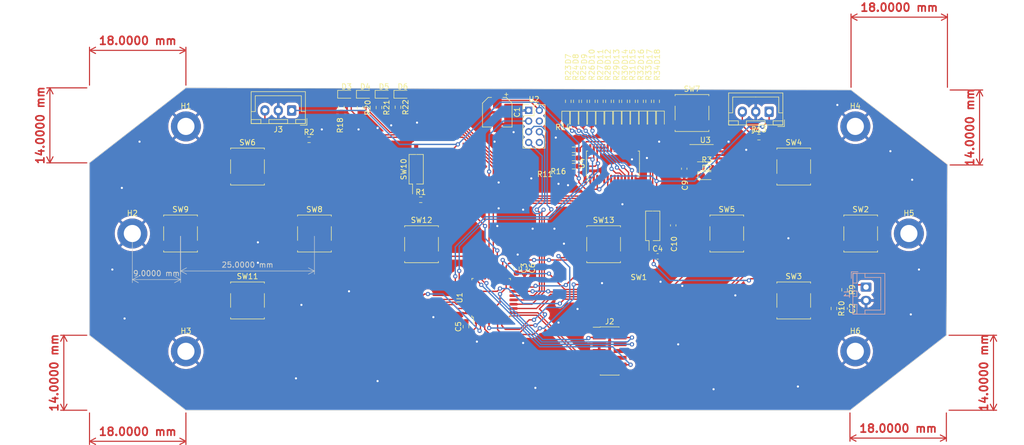
<source format=kicad_pcb>
(kicad_pcb (version 20221018) (generator pcbnew)
  (layers (0 "F.Cu" signal) (31 "B.Cu" signal) (34 "B.Paste" user) (35 "F.Paste" user) (36 "B.SilkS" user "B.Silkscreen") (37 "F.SilkS" user "F.Silkscreen") (38 "B.Mask" user) (39 "F.Mask" user) (44 "Edge.Cuts" user))
  (net 0 "")
  (net 1 "POWER_CHECK")
  (net 2 "GND")
  (net 3 "Li-ion")
  (net 4 "Net-(U3-BP)")
  (net 5 "Glob_Alim")
  (net 6 "Net-(D2-A)")
  (net 7 "Net-(D3-K)")
  (net 8 "Net-(D3-A)")
  (net 9 "Net-(D4-K)")
  (net 10 "Net-(D4-A)")
  (net 11 "Net-(D5-K)")
  (net 12 "Net-(D5-A)")
  (net 13 "Net-(D6-K)")
  (net 14 "Net-(D6-A)")
  (net 15 "Net-(D7-K)")
  (net 16 "Net-(D7-A)")
  (net 17 "Net-(D8-K)")
  (net 18 "Net-(D8-A)")
  (net 19 "Net-(D9-K)")
  (net 20 "Net-(D9-A)")
  (net 21 "Net-(D10-K)")
  (net 22 "Net-(D10-A)")
  (net 23 "Net-(D11-K)")
  (net 24 "Net-(D11-A)")
  (net 25 "Net-(D12-K)")
  (net 26 "Net-(D12-A)")
  (net 27 "Net-(D13-K)")
  (net 28 "Net-(D13-A)")
  (net 29 "Net-(D14-K)")
  (net 30 "Net-(D14-A)")
  (net 31 "Net-(D15-K)")
  (net 32 "Net-(D15-A)")
  (net 33 "Net-(D16-K)")
  (net 34 "Net-(D16-A)")
  (net 35 "Net-(D17-K)")
  (net 36 "Net-(D17-A)")
  (net 37 "Net-(D18-K)")
  (net 38 "Net-(D18-A)")
  (net 41 "SWDIO")
  (net 42 "SWDCK")
  (net 46 "Reset_Buton ")
  (net 47 "USART2_RX")
  (net 48 "USART2_TX")
  (net 49 "NES{slash}SNES_switcher")
  (net 50 "R")
  (net 51 "A_Button")
  (net 52 "B_Button")
  (net 53 "X_Button")
  (net 54 "Y_Button")
  (net 55 "UC_Button")
  (net 56 "LC_Button")
  (net 57 "DIODE_SDA")
  (net 58 "RC_Button")
  (net 59 "L")
  (net 60 "DIODE_CLK")
  (net 61 "DC_Button")
  (net 62 "DIODE_OE")
  (net 63 "ST_Button")
  (net 64 "SE_Button")
  (net 65 "Order_Search")
  (net 66 "RX{slash}TX")
  (net 68 "Pin_Clock")
  (net 69 "Digital_Out_Put")
  (net 70 "MOSI")
  (net 74 "Net-(U3-IN)")
  (footprint "Resistor_SMD:R_0603_1608Metric_Pad0.98x0.95mm_HandSolder" (layer "F.Cu") (at 150.368 74.422)
    (fp_text reference "R14")
    (fp_text value "10K")
  )
  (footprint "Resistor_SMD:R_0603_1608Metric_Pad0.98x0.95mm_HandSolder" (layer "F.Cu") (at 199 101 -90)
    (fp_text reference "R10")
    (fp_text value "1M")
  )
  (footprint "Connector_PinHeader_1.27mm:PinHeader_2x07_P1.27mm_Vertical_SMD" (layer "F.Cu") (at 157.125 108.94)
    (fp_text reference "J2")
    (fp_text value "Conn_02x07_Odd_Even")
  )
  (footprint "Button_Switch_SMD:SW_SPST_B3S-1000" (layer "F.Cu") (at 179 87)
    (fp_text reference "SW5")
    (fp_text value "SW_Push")
  )
  (footprint "MountingHole:MountingHole_3.2mm_M3_DIN965_Pad" (layer "F.Cu") (at 78 67)
    (fp_text reference "H1")
    (fp_text value "MountingHole_Pad")
  )
  (footprint "LED_SMD:LED_0603_1608Metric_Pad1.05x0.95mm_HandSolder" (layer "F.Cu") (at 118.5 61)
    (fp_text reference "D6")
    (fp_text value "G4")
  )
  (footprint "Resistor_SMD:R_0603_1608Metric_Pad0.98x0.95mm_HandSolder" (layer "F.Cu") (at 141.224 93.472 -90)
    (fp_text reference "C6")
    (fp_text value "10u")
  )
  (footprint "Resistor_SMD:R_0603_1608Metric_Pad0.98x0.95mm_HandSolder" (layer "F.Cu") (at 185 69)
    (fp_text reference "R13")
    (fp_text value "1K")
  )
  (footprint "LED_SMD:LED_0603_1608Metric_Pad1.05x0.95mm_HandSolder" (layer "F.Cu") (at 158.575 65.8 -90)
    (fp_text reference "D13")
    (fp_text value "O3")
  )
  (footprint "LED_SMD:LED_0603_1608Metric_Pad1.05x0.95mm_HandSolder" (layer "F.Cu") (at 164.975 65.8 -90)
    (fp_text reference "D17")
    (fp_text value "R3")
  )
  (footprint "Resistor_SMD:R_0603_1608Metric_Pad0.98x0.95mm_HandSolder" (layer "F.Cu") (at 153.9 62.3125 90)
    (fp_text reference "R26")
    (fp_text value "1K")
  )
  (footprint "MountingHole:MountingHole_3.2mm_M3_DIN965_Pad" (layer "F.Cu") (at 213 87)
    (fp_text reference "H5")
    (fp_text value "MountingHole_Pad")
  )
  (footprint "Button_Switch_SMD:SW_SPST_B3S-1000" (layer "F.Cu") (at 156 89)
    (fp_text reference "SW13")
    (fp_text value "SW_Push")
  )
  (footprint "Button_Switch_SMD:SW_DIP_SPSTx01_Slide_Copal_CHS-01B_W7.62mm_P1.27mm" (layer "F.Cu") (at 121 75 90)
    (fp_text reference "SW10")
    (fp_text value "SW_DIP_x01")
  )
  (footprint "Resistor_SMD:R_0603_1608Metric_Pad0.98x0.95mm_HandSolder" (layer "F.Cu") (at 175.26 74.676)
    (fp_text reference "R3")
    (fp_text value "R_Small")
  )
  (footprint "LED_SMD:LED_0603_1608Metric_Pad1.05x0.95mm_HandSolder" (layer "F.Cu") (at 108 61)
    (fp_text reference "D3")
    (fp_text value "G1")
  )
  (footprint "Connector_PinHeader_2.00mm:PinHeader_2x04_P2.00mm_Vertical" (layer "F.Cu") (at 142 64)
    (fp_text reference "U2")
    (fp_text value "nRF24_Full")
  )
  (footprint "Button_Switch_SMD:SW_SPST_B3S-1000" (layer "F.Cu") (at 102 87)
    (fp_text reference "SW8")
    (fp_text value "SW_Push")
  )
  (footprint "Resistor_SMD:R_0603_1608Metric_Pad0.98x0.95mm_HandSolder" (layer "F.Cu") (at 139.7 93.472 -90)
    (fp_text reference "C3")
    (fp_text value "100n")
  )
  (footprint "Button_Switch_SMD:SW_SPST_B3S-1000" (layer "F.Cu") (at 122 89)
    (fp_text reference "SW12")
    (fp_text value "SW_Push")
  )
  (footprint "MountingHole:MountingHole_3.2mm_M3_DIN965_Pad" (layer "F.Cu") (at 78 109)
    (fp_text reference "H3")
    (fp_text value "MountingHole_Pad")
  )
  (footprint "Resistor_SMD:R_0603_1608Metric_Pad0.98x0.95mm_HandSolder" (layer "F.Cu") (at 107.025 63.475 -90)
    (fp_text reference "R18")
    (fp_text value "1K")
  )
  (footprint "Resistor_SMD:R_0603_1608Metric_Pad0.98x0.95mm_HandSolder" (layer "F.Cu") (at 201 97.5 -90)
    (fp_text reference "R9")
    (fp_text value "1M")
  )
  (footprint "MountingHole:MountingHole_3.2mm_M3_DIN965_Pad" (layer "F.Cu") (at 203 67)
    (fp_text reference "H4")
    (fp_text value "MountingHole_Pad")
  )
  (footprint "Resistor_SMD:R_0603_1608Metric_Pad0.98x0.95mm_HandSolder" (layer "F.Cu") (at 101 69.5)
    (fp_text reference "R2")
    (fp_text value "1K")
  )
  (footprint "Button_Switch_SMD:SW_SPST_B3S-1000" (layer "F.Cu") (at 204 87)
    (fp_text reference "SW2")
    (fp_text value "SW_Push")
  )
  (footprint "Resistor_SMD:R_0603_1608Metric_Pad0.98x0.95mm_HandSolder" (layer "F.Cu") (at 164.4 62.3125 90)
    (fp_text reference "R33")
    (fp_text value "1K")
  )
  (footprint "Resistor_SMD:R_0603_1608Metric_Pad0.98x0.95mm_HandSolder" (layer "F.Cu") (at 117.6 63.425 -90)
    (fp_text reference "R22")
    (fp_text value "1K")
  )
  (footprint "Button_Switch_SMD:SW_SPST_B3S-1000" (layer "F.Cu") (at 77 87)
    (fp_text reference "SW9")
    (fp_text value "SW_Push")
  )
  (footprint "Resistor_SMD:R_0603_1608Metric_Pad0.98x0.95mm_HandSolder" (layer "F.Cu") (at 158.4 62.3125 90)
    (fp_text reference "R29")
    (fp_text value "1K")
  )
  (footprint "LED_SMD:LED_0603_1608Metric_Pad1.05x0.95mm_HandSolder" (layer "F.Cu") (at 152.125 65.825 -90)
    (fp_text reference "D9")
    (fp_text value "G7")
  )
  (footprint "Resistor_SMD:R_0603_1608Metric_Pad0.98x0.95mm_HandSolder" (layer "F.Cu") (at 121.85 80.7)
    (fp_text reference "R1")
    (fp_text value "1K")
  )
  (footprint "LED_SMD:LED_0603_1608Metric_Pad1.05x0.95mm_HandSolder" (layer "F.Cu") (at 166.6 65.8 -90)
    (fp_text reference "D18")
    (fp_text value "R4")
  )
  (footprint "LED_SMD:LED_0603_1608Metric_Pad1.05x0.95mm_HandSolder" (layer "F.Cu") (at 160.175 65.8 -90)
    (fp_text reference "D14")
    (fp_text value "O4")
  )
  (footprint "Connector_JST:JST_XH_B3B-XH-A_1x03_P2.50mm_Vertical" (layer "F.Cu") (at 97.75 64.025 180)
    (fp_text reference "J3")
    (fp_text value "Conn_01x03")
  )
  (footprint "Capacitor_SMD:C_0603_1608Metric_Pad1.08x0.95mm_HandSolder" (layer "F.Cu") (at 166.095 91.27)
    (fp_text reference "C4")
    (fp_text value "1u")
  )
  (footprint "Resistor_SMD:R_0603_1608Metric_Pad0.98x0.95mm_HandSolder" (layer "F.Cu") (at 156.9 62.3125 90)
    (fp_text reference "R28")
    (fp_text value "1K")
  )
  (footprint "Resistor_SMD:R_0603_1608Metric_Pad0.98x0.95mm_HandSolder" (layer "F.Cu") (at 162.9 62.3125 90)
    (fp_text reference "R32")
    (fp_text value "1K")
  )
  (footprint "Package_SO:TSSOP-28_4.4x9.7mm_P0.65mm" (layer "F.Cu") (at 157.734 73.914 90)
    (fp_text reference "U4")
    (fp_text value "PCA9685PW")
  )
  (footprint "Resistor_SMD:R_0603_1608Metric_Pad0.98x0.95mm_HandSolder" (layer "F.Cu") (at 150.368 71.374 180)
    (fp_text reference "R16")
    (fp_text value "10K")
  )
  (footprint "Button_Switch_SMD:SW_SPST_B3S-1000" (layer "F.Cu") (at 191.5 99.5)
    (fp_text reference "SW3")
    (fp_text value "SW_Push")
  )
  (footprint "MountingHole:MountingHole_3.2mm_M3_DIN965_Pad" (layer "F.Cu") (at 203 109)
    (fp_text reference "H6")
    (fp_text value "MountingHole_Pad")
  )
  (footprint "Capacitor_SMD:C_0603_1608Metric_Pad1.08x0.95mm_HandSolder" (layer "F.Cu") (at 201 101 -90)
    (fp_text reference "C2")
    (fp_text value "1nF")
  )
  (footprint "Resistor_SMD:R_0603_1608Metric_Pad0.98x0.95mm_HandSolder" (layer "F.Cu") (at 110.525 63.5 -90)
    (fp_text reference "R20")
    (fp_text value "1K")
  )
  (footprint "Connector_JST:JST_XH_B3B-XH-A_1x03_P2.50mm_Vertical" (layer "F.Cu") (at 186.904 64.262 180)
    (fp_text reference "J4")
    (fp_text value "Conn_01x03")
  )
  (footprint "Resistor_SMD:R_0603_1608Metric_Pad0.98x0.95mm_HandSolder" (layer "F.Cu") (at 149.4 62.3125 90)
    (fp_text reference "R23")
    (fp_text value "1K")
  )
  (footprint "Capacitor_SMD:C_0603_1608Metric_Pad1.08x0.95mm_HandSolder" (layer "F.Cu") (at 168.995 85.4825 -90)
    (fp_text reference "C10")
    (fp_text value "100nF")
  )
  (footprint "Button_Switch_SMD:SW_SPST_B3S-1000" (layer "F.Cu") (at 89.5 74.5)
    (fp_text reference "SW6")
    (fp_text value "SW_Push")
  )
  (footprint "LED_SMD:LED_0603_1608Metric_Pad1.05x0.95mm_HandSolder" (layer "F.Cu") (at 156.95 65.8125 -90)
    (fp_text reference "D12")
    (fp_text value "O2")
  )
  (footprint "LED_SMD:LED_0603_1608Metric_Pad1.05x0.95mm_HandSolder" (layer "F.Cu") (at 111.5 61)
    (fp_text reference "D4")
    (fp_text value "G2")
  )
  (footprint "LED_SMD:LED_0603_1608Metric_Pad1.05x0.95mm_HandSolder" (layer "F.Cu") (at 175.26 76.2)
    (fp_text reference "D2")
    (fp_text value "LED_Small")
  )
  (footprint "LED_SMD:LED_0603_1608Metric_Pad1.05x0.95mm_HandSolder" (layer "F.Cu") (at 148.925 65.825 -90)
    (fp_text reference "D7")
    (fp_text value "G5")
  )
  (footprint "Package_SO:MSOP-8_3x3mm_P0.65mm" (layer "F.Cu") (at 175 72)
    (fp_text reference "U3")
    (fp_text value "MIC5219-3.3YMM")
  )
  (footprint "Resistor_SMD:R_0603_1608Metric_Pad0.98x0.95mm_HandSolder" (layer "F.Cu") (at 152.4 62.3125 90)
    (fp_text reference "R25")
    (fp_text value "1K")
  )
  (footprint "Capacitor_SMD:CP_Elec_5x5.4" (layer "F.Cu") (at 136.144 64.348 -90)
    (fp_text reference "C1")
    (fp_text value "100uF")
  )
  (footprint "Resistor_SMD:R_0603_1608Metric_Pad0.98x0.95mm_HandSolder" (layer "F.Cu") (at 114.05 63.475 -90)
    (fp_text reference "R21")
    (fp_text value "1K")
  )
  (footprint "Button_Switch_SMD:SW_SPST_B3S-1000" (layer "F.Cu") (at 89.5 99.5)
    (fp_text reference "SW11")
    (fp_text value "SW_Push")
  )
  (footprint "Button_Switch_SMD:SW_DIP_SPSTx01_Slide_Copal_CHS-01B_W7.62mm_P1.27mm" (layer "F.Cu") (at 165.17 85.57 90)
    (fp_text reference "SW1")
    (fp_text value "SW_DIP_x01")
  )
  (footprint "LED_SMD:LED_0603_1608Metric_Pad1.05x0.95mm_HandSolder" (layer "F.Cu") (at 161.775 65.8 -90)
    (fp_text reference "D15")
    (fp_text value "R1")
  )
  (footprint "Resistor_SMD:R_0603_1608Metric_Pad0.98x0.95mm_HandSolder" (layer "F.Cu") (at 161.4 62.3125 90)
    (fp_text reference "R31")
    (fp_text value "1K")
  )
  (footprint "Capacitor_SMD:C_0603_1608Metric_Pad1.08x0.95mm_HandSolder" (layer "F.Cu") (at 171.05 74.9 -90)
    (fp_text reference "C9")
    (fp_text value "470p")
  )
  (footprint "LED_SMD:LED_0603_1608Metric_Pad1.05x0.95mm_HandSolder" (layer "F.Cu") (at 115 61)
    (fp_text reference "D5")
    (fp_text value "G3")
  )
  (footprint "LED_SMD:LED_0603_1608Metric_Pad1.05x0.95mm_HandSolder" (layer "F.Cu") (at 150.525 65.825 -90)
    (fp_text reference "D8")
    (fp_text value "G6")
  )
  (footprint "Resistor_SMD:R_0603_1608Metric_Pad0.98x0.95mm_HandSolder" (layer "F.Cu") (at 159.9 62.3125 90)
    (fp_text reference "R30")
    (fp_text value "1K")
  )
  (footprint "MountingHole:MountingHole_3.2mm_M3_DIN965_Pad" (layer "F.Cu") (at 68 87)
    (fp_text reference "H2")
    (fp_text value "MountingHole_Pad")
  )
  (footprint "Resistor_SMD:R_0603_1608Metric_Pad0.98x0.95mm_HandSolder" (layer "F.Cu") (at 150.368 72.898 180)
    (fp_text reference "R11")
    (fp_text value "10K")
  )
  (footprint "Button_Switch_SMD:SW_SPST_B3S-1000" (layer "F.Cu") (at 191.5 74.5)
    (fp_text reference "SW4")
    (fp_text value "SW_Push")
  )
  (footprint "Resistor_SMD:R_0603_1608Metric_Pad0.98x0.95mm_HandSolder" (layer "F.Cu") (at 155.4 62.3125 90)
    (fp_text reference "R27")
    (fp_text value "1K")
  )
  (footprint "LED_SMD:LED_0603_1608Metric_Pad1.05x0.95mm_HandSolder" (layer "F.Cu") (at 153.725 65.825 -90)
    (fp_text reference "D10")
    (fp_text value "G8")
  )
  (footprint "LED_SMD:LED_0603_1608Metric_Pad1.05x0.95mm_HandSolder" (layer "F.Cu") (at 163.375 65.8 -90)
    (fp_text reference "D16")
    (fp_text value "R2")
  )
  (footprint "Resistor_SMD:R_0603_1608Metric_Pad0.98x0.95mm_HandSolder" (layer "F.Cu") (at 150.9 62.3125 90)
    (fp_text reference "R24")
    (fp_text value "1K")
  )
  (footprint "LED_SMD:LED_0603_1608Metric_Pad1.05x0.95mm_HandSolder" (layer "F.Cu") (at 155.325 65.825 -90)
    (fp_text reference "D11")
    (fp_text value "O1")
  )
  (footprint "Resistor_SMD:R_0603_1608Metric_Pad0.98x0.95mm_HandSolder" (layer "F.Cu") (at 165.9 62.3125 90)
    (fp_text reference "R34")
    (fp_text value "1K")
  )
  (footprint "Package_QFP:LQFP-32_7x7mm_P0.8mm" (layer "F.Cu") (at 135 99 90)
    (fp_text reference "U1")
    (fp_text value "STM32L412KBTx")
  )
  (footprint "Button_Switch_SMD:SW_SPST_B3S-1000" (layer "F.Cu") (at 172.5 64.5)
    (fp_text reference "SW7")
    (fp_text value "SW_SPST")
  )
  (footprint "Resistor_SMD:R_0603_1608Metric_Pad0.98x0.95mm_HandSolder" (layer "F.Cu") (at 130.302 104.394 90)
    (fp_text reference "C5")
    (fp_text value "100n")
  )
  (footprint "Connector_JST:JST_XH_B2B-XH-A_1x02_P2.50mm_Vertical" (layer "B.Cu") (at 205 97 -90)
    (fp_text reference "J1")
    (fp_text value "Conn_01x02")
  )
  (gr_line (start 220.2 74.1) (end 220 106) (stroke (width 0.1)) (layer "Edge.Cuts"))
  (gr_line (start 78 59.8) (end 202.2 60.2) (stroke (width 0.1)) (layer "Edge.Cuts"))
  (gr_line (start 202.2 60.2) (end 220.2 74.1) (stroke (width 0.1)) (layer "Edge.Cuts"))
  (gr_line (start 202 120) (end 78 120) (stroke (width 0.1)) (layer "Edge.Cuts"))
  (gr_line (start 220 106) (end 202 120) (stroke (width 0.1)) (layer "Edge.Cuts"))
  (gr_line (start 60 73.8) (end 78 59.8) (stroke (width 0.1)) (layer "Edge.Cuts"))
  (gr_line (start 60 106) (end 60 73.8) (stroke (width 0.1)) (layer "Edge.Cuts"))
  (gr_line (start 78 120) (end 60 106) (stroke (width 0.1)) (layer "Edge.Cuts"))
  (dimension (type aligned) (layer "F.Cu") (pts (xy 60 59.8) (xy 60 73.8)) (height 7.4) (gr_text "14,0000 mm" (at 50.8 66.8 90) (layer "F.Cu") (effects (font (size 1.5 1.5) (thickness 0.3)))) (format (prefix "") (suffix "") (units 3) (units_format 1) (precision 4)) (style (thickness 0.2) (arrow_length 1.27) (text_position_mode 0) (extension_height 0.58642) (extension_offset 0.5) keep_text_aligned))
  (dimension (type aligned) (layer "F.Cu") (pts (xy 60 120) (xy 78 120)) (height 5.8) (gr_text "18,0000 mm" (at 69 124) (layer "F.Cu") (effects (font (size 1.5 1.5) (thickness 0.3)))) (format (prefix "") (suffix "") (units 3) (units_format 1) (precision 4)) (style (thickness 0.2) (arrow_length 1.27) (text_position_mode 0) (extension_height 0.58642) (extension_offset 0.5) keep_text_aligned))
  (dimension (type aligned) (layer "F.Cu") (pts (xy 220 120) (xy 202 120)) (height -5.2) (gr_text "18,0000 mm" (at 211 123.4) (layer "F.Cu") (effects (font (size 1.5 1.5) (thickness 0.3)))) (format (prefix "") (suffix "") (units 3) (units_format 1) (precision 4)) (style (thickness 0.2) (arrow_length 1.27) (text_position_mode 0) (extension_height 0.58642) (extension_offset 0.5) keep_text_aligned))
  (dimension (type aligned) (layer "F.Cu") (pts (xy 60 59.8) (xy 78 59.8)) (height -7) (gr_text "18,0000 mm" (at 69 51) (layer "F.Cu") (effects (font (size 1.5 1.5) (thickness 0.3)))) (format (prefix "") (suffix "") (units 3) (units_format 1) (precision 4)) (style (thickness 0.2) (arrow_length 1.27) (text_position_mode 0) (extension_height 0.58642) (extension_offset 0.5) keep_text_aligned))
  (dimension (type aligned) (layer "F.Cu") (pts (xy 220.2 60.2) (xy 220.2 74.2)) (height -6) (gr_text "14,0000 mm" (at 224.4 67.2 90) (layer "F.Cu") (effects (font (size 1.5 1.5) (thickness 0.3)))) (format (prefix "") (suffix "") (units 3) (units_format 1) (precision 4)) (style (thickness 0.2) (arrow_length 1.27) (text_position_mode 0) (extension_height 0.58642) (extension_offset 0.5) keep_text_aligned))
  (dimension (type aligned) (layer "F.Cu") (pts (xy 220 120) (xy 220 106)) (height 8.8) (gr_text "14,0000 mm" (at 227 113 90) (layer "F.Cu") (effects (font (size 1.5 1.5) (thickness 0.3)))) (format (prefix "") (suffix "") (units 3) (units_format 1) (precision 4)) (style (thickness 0.2) (arrow_length 1.27) (text_position_mode 0) (extension_height 0.58642) (extension_offset 0.5) keep_text_aligned))
  (dimension (type aligned) (layer "F.Cu") (pts (xy 60 120) (xy 60 106)) (height -4.8) (gr_text "14,0000 mm" (at 53.4 113 90) (layer "F.Cu") (effects (font (size 1.5 1.5) (thickness 0.3)))) (format (prefix "") (suffix "") (units 3) (units_format 1) (precision 4)) (style (thickness 0.2) (arrow_length 1.27) (text_position_mode 0) (extension_height 0.58642) (extension_offset 0.5) keep_text_aligned))
  (dimension (type aligned) (layer "F.Cu") (pts (xy 220.2 60.2) (xy 202.2 60.2)) (height 13.6) (gr_text "18,0000 mm" (at 211.2 44.8) (layer "F.Cu") (effects (font (size 1.5 1.5) (thickness 0.3)))) (format (prefix "") (suffix "") (units 3) (units_format 1) (precision 4)) (style (thickness 0.2) (arrow_length 1.27) (text_position_mode 0) (extension_height 0.58642) (extension_offset 0.5) keep_text_aligned))
  (dimension (type aligned) (layer "Edge.Cuts") (pts (xy 102 87) (xy 77 87)) (height -7) (gr_text "25,0000 mm" (at 89.5 92.85) (layer "Edge.Cuts") (effects (font (size 1 1) (thickness 0.15)))) (format (prefix "") (suffix "") (units 3) (units_format 1) (precision 4)) (style (thickness 0.1) (arrow_length 1.27) (text_position_mode 0) (extension_height 0.58642) (extension_offset 0.5) keep_text_aligned))
  (dimension (type aligned) (layer "Edge.Cuts") (pts (xy 68 87) (xy 77 87)) (height 8.6) (gr_text "9,0000 mm" (at 72.5 94.45) (layer "Edge.Cuts") (effects (font (size 1 1) (thickness 0.15)))) (format (prefix "") (suffix "") (units 3) (units_format 1) (precision 4)) (style (thickness 0.1) (arrow_length 1.27) (text_position_mode 0) (extension_height 0.58642) (extension_offset 0.5) keep_text_aligned))
  (segment (start 199 100.3) (end 196.176 103.124) (width 0.25) (layer "F.Cu") (net 1))
  (segment (start 136.125402 97.8) (end 136.647701 97.277701) (width 0.25) (layer "F.Cu") (net 1))
  (segment (start 147.828 100.076) (end 148.648 99.256) (width 0.25) (layer "F.Cu") (net 1))
  (segment (start 182.243604 103.124) (end 178.375604 99.256) (width 0.25) (layer "F.Cu") (net 1))
  (segment (start 200.95 100.0875) (end 201 100.1375) (width 0.25) (layer "F.Cu") (net 1))
  (segment (start 199 100.0875) (end 200.95 100.0875) (width 0.25) (layer "F.Cu") (net 1))
  (segment (start 166.624 99.256) (end 166.37 99.256) (width 0.25) (layer "F.Cu") (net 1))
  (segment (start 130.825 97.8) (end 136.125402 97.8) (width 0.25) (layer "F.Cu") (net 1))
  (segment (start 178.375604 99.256) (end 166.624 99.256) (width 0.25) (layer "F.Cu") (net 1))
  (segment (start 201 100.1375) (end 201 98.4125) (width 0.25) (layer "F.Cu") (net 1))
  (segment (start 199 100.0875) (end 199 100.3) (width 0.25) (layer "F.Cu") (net 1))
  (segment (start 148.648 99.256) (end 166.624 99.256) (width 0.25) (layer "F.Cu") (net 1))
  (segment (start 196.176 103.124) (end 182.243604 103.124) (width 0.25) (layer "F.Cu") (net 1))
  (via (at 136.647701 97.277701) (size 0.8) (drill 0.4) (layers "F.Cu" "B.Cu") (net 1))
  (via (at 147.828 100.076) (size 0.8) (drill 0.4) (layers "F.Cu" "B.Cu") (net 1))
  (segment (start 140.97 100.076) (end 138.171701 97.277701) (width 0.25) (layer "B.Cu") (net 1))
  (segment (start 147.828 100.076) (end 140.97 100.076) (width 0.25) (layer "B.Cu") (net 1))
  (segment (start 138.171701 97.277701) (end 136.647701 97.277701) (width 0.25) (layer "B.Cu") (net 1))
  (segment (start 154.159 76.7765) (end 154.159 75.203) (width 0.25) (layer "F.Cu") (net 2))
  (segment (start 154.178 75.184) (end 155.194 75.184) (width 0.25) (layer "F.Cu") (net 2))
  (segment (start 155.459 75.449) (end 155.459 76.7765) (width 0.25) (layer "F.Cu") (net 2))
  (segment (start 161.959 78.139) (end 162.052 78.232) (width 0.25) (layer "F.Cu") (net 2))
  (segment (start 155.459 72.655) (end 155.702 72.898) (width 0.25) (layer "F.Cu") (net 2))
  (segment (start 154.159 75.203) (end 154.178 75.184) (width 0.25) (layer "F.Cu") (net 2))
  (segment (start 155.459 71.0515) (end 155.459 72.655) (width 0.25) (layer "F.Cu") (net 2))
  (segment (start 155.702 72.898) (end 156.109 72.491) (width 0.25) (layer "F.Cu") (net 2))
  (segment (start 161.959 76.7765) (end 161.959 78.139) (width 0.25) (layer "F.Cu") (net 2))
  (segment (start 155.194 75.184) (end 155.459 75.449) (width 0.25) (layer "F.Cu") (net 2))
  (segment (start 156.109 72.491) (end 156.109 71.0515) (width 0.25) (layer "F.Cu") (net 2))
  (via (at 103.378 67.564) (size 0.8) (drill 0.4) (layers "F.Cu" "B.Cu") (net 2))
  (via (at 164.084 72.898) (size 0.8) (drill 0.4) (layers "F.Cu" "B.Cu") (net 2))
  (via (at 176.53 116.078) (size 0.8) (drill 0.4) (layers "F.Cu" "B.Cu") (net 2))
  (via (at 214.884 93.726) (size 0.8) (drill 0.4) (layers "F.Cu" "B.Cu") (net 2))
  (via (at 170.688 96.774) (size 0.8) (drill 0.4) (layers "F.Cu" "B.Cu") (net 2))
  (via (at 132.334 107.188) (size 0.8) (drill 0.4) (layers "F.Cu" "B.Cu") (net 2))
  (via (at 159.512 81.534) (size 0.8) (drill 0.4) (layers "F.Cu" "B.Cu") (net 2))
  (via (at 66.04 78.486) (size 0.8) (drill 0.4) (layers "F.Cu" "B.Cu") (net 2))
  (via (at 121.158 66.294) (size 0.8) (drill 0.4) (layers "F.Cu" "B.Cu") (net 2))
  (via (at 110.236 67.564) (size 0.8) (drill 0.4) (layers "F.Cu" "B.Cu") (net 2))
  (via (at 91.44 88.646) (size 0.8) (drill 0.4) (layers "F.Cu" "B.Cu") (net 2))
  (via (at 179.324 69.85) (size 0.8) (drill 0.4) (layers "F.Cu" "B.Cu") (net 2))
  (via (at 213.614 76.962) (size 0.8) (drill 0.4) (layers "F.Cu" "B.Cu") (net 2))
  (via (at 192.278 115.57) (size 0.8) (drill 0.4) (layers "F.Cu" "B.Cu") (net 2))
  (via (at 151.13 101.092) (size 0.8) (drill 0.4) (layers "F.Cu" "B.Cu") (net 2))
  (via (at 69.342 69.85) (size 0.8) (drill 0.4) (layers "F.Cu" "B.Cu") (net 2))
  (via (at 199.644 62.992) (size 0.8) (drill 0.4) (layers "F.Cu" "B.Cu") (net 2))
  (via (at 108.458 97.79) (size 0.8) (drill 0.4) (layers "F.Cu" "B.Cu") (net 2))
  (via (at 140.97 107.442) (size 0.8) (drill 0.4) (layers "F.Cu" "B.Cu") (net 2))
  (via (at 155.702 96.266) (size 0.8) (drill 0.4) (layers "F.Cu" "B.Cu") (net 2))
  (via (at 190.5 87.884) (size 0.8) (drill 0.4) (layers "F.Cu" "B.Cu") (net 2))
  (via (at 146.812 86.106) (size 0.8) (drill 0.4) (layers "F.Cu" "B.Cu") (net 2))
  (via (at 147.574 103.632) (size 0.8) (drill 0.4) (layers "F.Cu" "B.Cu") (net 2))
  (via (at 64.262 93.726) (size 0.8) (drill 0.4) (layers "F.Cu" "B.Cu") (net 2))
  (via (at 142.494 76.708) (size 0.8) (drill 0.4) (layers "F.Cu" "B.Cu") (net 2))
  (via (at 140.97 82.55) (size 0.8) (drill 0.4) (layers "F.Cu" "B.Cu") (net 2))
  (via (at 180.594 98.552) (size 0.8) (drill 0.4) (layers "F.Cu" "B.Cu") (net 2))
  (via (at 116.332 66.802) (size 0.8) (drill 0.4) (layers "F.Cu" "B.Cu") (net 2))
  (via (at 166.624 96.012) (size 0.8) (drill 0.4) (layers "F.Cu" "B.Cu") (net 2))
  (via (at 147.066 69.088) (size 0.8) (drill 0.4) (layers "F.Cu" "B.Cu") (net 2))
  (via (at 166.37 69.85) (size 0.8) (drill 0.4) (layers "F.Cu" "B.Cu") (net 2))
  (via (at 113.792 114.554) (size 0.8) (drill 0.4) (layers "F.Cu" "B.Cu") (net 2))
  (via (at 182.626 71.374) (size 0.8) (drill 0.4) (layers "F.Cu" "B.Cu") (net 2))
  (via (at 136.398 77.47) (size 0.8) (drill 0.4) (layers "F.Cu" "B.Cu") (net 2))
  (via (at 98.552 114.046) (size 0.8) (drill 0.4) (layers "F.Cu" "B.Cu") (net 2))
  (via (at 66.548 102.87) (size 0.8) (drill 0.4) (layers "F.Cu" "B.Cu") (net 2))
  (via (at 213.36 102.108) (size 0.8) (drill 0.4) (layers "F.Cu" "B.Cu") (net 2))
  (via (at 169.926 107.696) (size 0.8) (drill 0.4) (layers "F.Cu" "B.Cu") (net 2))
  (via (at 142.748 86.106) (size 0.8) (drill 0.4) (layers "F.Cu" "B.Cu") (net 2))
  (via (at 99.568 100.33) (size 0.8) (drill 0.4) (layers "F.Cu" "B.Cu") (net 2))
  (via (at 149.352 77.978) (size 0.8) (drill 0.4) (layers "F.Cu" "B.Cu") (net 2))
  (via (at 136.398 82.296) (size 0.8) (drill 0.4) (layers "F.Cu" "B.Cu") (net 2))
  (via (at 209.55 71.628) (size 0.8) (drill 0.4) (layers "F.Cu" "B.Cu") (net 2))
  (via (at 136.144 85.598) (size 0.8) (drill 0.4) (layers "F.Cu" "B.Cu") (net 2))
  (via (at 135.636 69.85) (size 0.8) (drill 0.4) (layers "F.Cu" "B.Cu") (net 2))
  (via (at 91.44 92.456) (size 0.8) (drill 0.4) (layers "F.Cu" "B.Cu") (net 2))
  (via (at 139.192 68.072) (size 0.8) (drill 0.4) (layers "F.Cu" "B.Cu") (net 2))
  (via (at 143.256 115.824) (size 0.8) (drill 0.4) (layers "F.Cu" "B.Cu") (net 2))
  (via (at 113.792 67.31) (size 0.8) (drill 0.4) (layers "F.Cu" "B.Cu") (net 2))
  (via (at 139.954 90.932) (size 0.8) (drill 0.4) (layers "F.Cu" "B.Cu") (net 2))
  (via (at 148.59 88.9) (size 0.8) (drill 0.4) (layers "F.Cu" "B.Cu") (net 2))
  (via (at 124.206 102.616) (size 0.8) (drill 0.4) (layers "F.Cu" "B.Cu") (net 2))
  (via (at 161.29 73.152) (size 0.8) (drill 0.4) (layers "F.Cu" "B.Cu") (net 2))
  (via (at 147.574 77.724) (size 0.8) (drill 0.4) (layers "F.Cu" "B.Cu") (net 2))
  (segment (start 201 96.5875) (end 204.5875 96.5875) (width 0.25) (layer "F.Cu") (net 3))
  (segment (start 165.17 89.38) (end 165.17 91.2075) (width 0.25) (layer "F.Cu") (net 3))
  (segment (start 165.354 91.3915) (end 165.2325 91.27) (width 0.25) (layer "F.Cu") (net 3))
  (segment (start 165.17 91.2075) (end 165.2325 91.27) (width 0.25) (layer "F.Cu") (net 3))
  (segment (start 204.5875 96.5875) (end 205 97) (width 0.25) (layer "F.Cu") (net 3))
  (segment (start 199.853698 95.441198) (end 183.450802 95.441198) (width 0.25) (layer "F.Cu") (net 3))
  (segment (start 165.354 92.71) (end 165.354 91.3915) (width 0.25) (layer "F.Cu") (net 3))
  (segment (start 201 96.5875) (end 199.853698 95.441198) (width 0.25) (layer "F.Cu") (net 3))
  (segment (start 183.450802 95.441198) (end 183.134 95.758) (width 0.25) (layer "F.Cu") (net 3))
  (via (at 165.354 92.71) (size 0.8) (drill 0.4) (layers "F.Cu" "B.Cu") (net 3))
  (via (at 183.134 95.758) (size 0.8) (drill 0.4) (layers "F.Cu" "B.Cu") (net 3))
  (segment (start 183.134 95.758) (end 168.402 95.758) (width 0.25) (layer "B.Cu") (net 3))
  (segment (start 168.402 95.758) (end 165.354 92.71) (width 0.25) (layer "B.Cu") (net 3))
  (segment (start 171.05 74.0375) (end 171.05 73.552) (width 0.25) (layer "F.Cu") (net 4))
  (segment (start 171.05 73.552) (end 171.627 72.975) (width 0.25) (layer "F.Cu") (net 4))
  (segment (start 171.627 72.975) (end 172.8875 72.975) (width 0.25) (layer "F.Cu") (net 4))
  (segment (start 139.7 92.5595) (end 138.3265 92.5595) (width 0.25) (layer "F.Cu") (net 5))
  (segment (start 127.946 71.19) (end 128.778 70.358) (width 0.25) (layer "F.Cu") (net 5))
  (segment (start 155.194 78.74) (end 156.109 77.825) (width 0.25) (layer "F.Cu") (net 5))
  (segment (start 139.7 92.5595) (end 141.224 92.5595) (width 0.25) (layer "F.Cu") (net 5))
  (segment (start 138.3265 92.5595) (end 137.8 93.086) (width 0.25) (layer "F.Cu") (net 5))
  (segment (start 136.652 99.867396) (end 134.665396 101.854) (width 0.25) (layer "F.Cu") (net 5))
  (segment (start 153.509 78.647) (end 153.416 78.74) (width 0.25) (layer "F.Cu") (net 5))
  (segment (start 165.8945 77.216) (end 165.8945 82.8655) (width 0.25) (layer "F.Cu") (net 5))
  (segment (start 137.8 93.086) (end 137.8 94.825) (width 0.25) (layer "F.Cu") (net 5))
  (segment (start 136.652 98.298) (end 137.8 97.15) (width 0.25) (layer "F.Cu") (net 5))
  (segment (start 153.416 78.74) (end 154.686 78.74) (width 0.25) (layer "F.Cu") (net 5))
  (segment (start 132.2 102.242) (end 132.588 101.854) (width 0.25) (layer "F.Cu") (net 5))
  (segment (start 137.8 97.15) (end 137.8 94.825) (width 0.25) (layer "F.Cu") (net 5))
  (segment (start 154.809 78.617) (end 154.686 78.74) (width 0.25) (layer "F.Cu") (net 5))
  (segment (start 165.8945 75.6595) (end 165.8945 77.216) (width 0.25) (layer "F.Cu") (net 5))
  (segment (start 186.904 64.262) (end 186.904 65.826) (width 0.25) (layer "F.Cu") (net 5))
  (segment (start 136.652 98.298) (end 136.652 99.867396) (width 0.25) (layer "F.Cu") (net 5))
  (segment (start 132.2 103.175) (end 132.2 102.242) (width 0.25) (layer "F.Cu") (net 5))
  (segment (start 154.686 78.74) (end 155.194 78.74) (width 0.25) (layer "F.Cu") (net 5))
  (segment (start 165.8945 82.8655) (end 164.178 84.582) (width 0.25) (layer "F.Cu") (net 5))
  (segment (start 174.3475 74.676) (end 174.3475 73.021459) (width 0.25) (layer "F.Cu") (net 5))
  (segment (start 152.654 78.74) (end 153.416 78.74) (width 0.25) (layer "F.Cu") (net 5))
  (segment (start 174.3475 73.021459) (end 173.651041 72.325) (width 0.25) (layer "F.Cu") (net 5))
  (segment (start 156.109 77.825) (end 156.109 76.7765) (width 0.25) (layer "F.Cu") (net 5))
  (segment (start 164.178 84.582) (end 156.718 84.582) (width 0.25) (layer "F.Cu") (net 5))
  (segment (start 172.7625 72.2) (end 169.354 72.2) (width 0.25) (layer "F.Cu") (net 5))
  (segment (start 156.718 84.582) (end 149.352 91.948) (width 0.25) (layer "F.Cu") (net 5))
  (segment (start 135.4 102.588604) (end 135.4 103.175) (width 0.25) (layer "F.Cu") (net 5))
  (segment (start 169.164 72.39) (end 165.8945 75.6595) (width 0.25) (layer "F.Cu") (net 5))
  (segment (start 186.904 65.826) (end 185.674 67.056) (width 0.25) (layer "F.Cu") (net 5))
  (segment (start 149.4555 74.422) (end 149.4555 74.7795) (width 0.25) (layer "F.Cu") (net 5))
  (segment (start 169.354 72.2) (end 169.164 72.39) (width 0.25) (layer "F.Cu") (net 5))
  (segment (start 131.4215 105.3065) (end 132.2 104.528) (width 0.25) (layer "F.Cu") (net 5))
  (segment (start 149.352 91.948) (end 145.796 91.948) (width 0.25) (layer "F.Cu") (net 5))
  (segment (start 132.2 104.528) (end 132.2 103.175) (width 0.25) (layer "F.Cu") (net 5))
  (segment (start 134.665396 101.854) (end 135.4 102.588604) (width 0.25) (layer "F.Cu") (net 5))
  (segment (start 132.588 101.854) (end 134.665396 101.854) (width 0.25) (layer "F.Cu") (net 5))
  (segment (start 141.8355 91.948) (end 141.224 92.5595) (width 0.25) (layer "F.Cu") (net 5))
  (segment (start 154.809 76.7765) (end 154.809 78.617) (width 0.25) (layer "F.Cu") (net 5))
  (segment (start 153.509 76.7765) (end 153.509 78.647) (width 0.25) (layer "F.Cu") (net 5))
  (segment (start 155.175 106.4) (end 153.2835 106.4) (width 0.25) (layer "F.Cu") (net 5))
  (segment (start 153.2835 106.4) (end 153.162 106.5215) (width 0.25) (layer "F.Cu") (net 5))
  (segment (start 149.4555 74.422) (end 149.4555 72.898) (width 0.25) (layer "F.Cu") (net 5))
  (segment (start 172.8875 72.325) (end 172.7625 72.2) (width 0.25) (layer "F.Cu") (net 5))
  (segment (start 136.144 62.148) (end 142.148 62.148) (width 0.25) (layer "F.Cu") (net 5))
  (segment (start 151.384 76.708) (end 151.384 77.47) (width 0.25) (layer "F.Cu") (net 5))
  (segment (start 173.651041 72.325) (end 172.8875 72.325) (width 0.25) (layer "F.Cu") (net 5))
  (segment (start 149.4555 74.7795) (end 151.384 76.708) (width 0.25) (layer "F.Cu") (net 5))
  (segment (start 130.302 105.3065) (end 131.4215 105.3065) (width 0.25) (layer "F.Cu") (net 5))
  (segment (start 149.4555 71.374) (end 149.4555 72.898) (width 0.25) (layer "F.Cu") (net 5))
  (segment (start 142.148 62.148) (end 144 64) (width 0.25) (layer "F.Cu") (net 5))
  (segment (start 143.002 91.948) (end 141.8355 91.948) (width 0.25) (layer "F.Cu") (net 5))
  (segment (start 121 71.19) (end 127.946 71.19) (width 0.25) (layer "F.Cu") (net 5))
  (segment (start 151.384 77.47) (end 152.654 78.74) (width 0.25) (layer "F.Cu") (net 5))
  (via (at 145.796 91.948) (size 0.8) (drill 0.4) (layers "F.Cu" "B.Cu") (net 5))
  (via (at 165.8945 77.216) (size 0.8) (drill 0.4) (layers "F.Cu" "B.Cu") (net 5))
  (via (at 136.652 98.298) (size 0.8) (drill 0.4) (layers "F.Cu" "B.Cu") (net 5))
  (via (at 155.194 78.74) (size 0.8) (drill 0.4) (layers "F.Cu" "B.Cu") (net 5))
  (via (at 153.162 106.5215) (size 0.8) (drill 0.4) (layers "F.Cu" "B.Cu") (net 5))
  (via (at 143.002 91.948) (size 0.8) (drill 0.4) (layers "F.Cu" "B.Cu") (net 5))
  (via (at 128.778 70.358) (size 0.8) (drill 0.4) (layers "F.Cu" "B.Cu") (net 5))
  (via (at 151.384 76.708) (size 0.8) (drill 0.4) (layers "F.Cu" "B.Cu") (net 5))
  (via (at 185.674 67.056) (size 0.8) (drill 0.4) (layers "F.Cu" "B.Cu") (net 5))
  (segment (start 136.774398 98.937601) (end 136.774398 98.420398) (width 0.25) (layer "B.Cu") (net 5))
  (segment (start 164.9365 76.258) (end 157.676 76.258) (width 0.25) (layer "B.Cu") (net 5))
  (segment (start 117.865305 70.358) (end 128.778 70.358) (width 0.25) (layer "B.Cu") (net 5))
  (segment (start 136.774398 98.420398) (end 136.652 98.298) (width 0.25) (layer "B.Cu") (net 5))
  (segment (start 136.652 62.484) (end 143.764 62.484) (width 0.25) (layer "B.Cu") (net 5))
  (segment (start 144.632797 106.796) (end 136.774398 98.937601) (width 0.25) (layer "B.Cu") (net 5))
  (segment (start 145.796 91.948) (end 143.002 91.948) (width 0.25) (layer "B.Cu") (net 5))
  (segment (start 143.764 62.484) (end 144 62.72) (width 0.25) (layer "B.Cu") (net 5))
  (segment (start 152.8875 106.796) (end 145.034 106.796) (width 0.25) (layer "B.Cu") (net 5))
  (segment (start 172.983305 77.216) (end 165.8945 77.216) (width 0.25) (layer "B.Cu") (net 5))
  (segment (start 143.764 62.484) (end 143.764 62.493305) (width 0.25) (layer "B.Cu") (net 5))
  (segment (start 153.162 106.5215) (end 152.8875 106.796) (width 0.25) (layer "B.Cu") (net 5))
  (segment (start 145.034 106.796) (end 144.632797 106.796) (width 0.25) (layer "B.Cu") (net 5))
  (segment (start 97.75 64.025) (end 111.532305 64.025) (width 0.25) (layer "B.Cu") (net 5))
  (segment (start 183.143305 67.056) (end 172.983305 77.216) (width 0.25) (layer "B.Cu") (net 5))
  (segment (start 128.778 70.358) (end 136.652 62.484) (width 0.25) (layer "B.Cu") (net 5))
  (segment (start 111.532305 64.025) (end 117.865305 70.358) (width 0.25) (layer "B.Cu") (net 5))
  (segment (start 185.674 67.056) (end 183.143305 67.056) (width 0.25) (layer "B.Cu") (net 5))
  (segment (start 157.676 76.258) (end 155.194 78.74) (width 0.25) (layer "B.Cu") (net 5))
  (segment (start 144 62.72) (end 144 64) (width 0.25) (layer "B.Cu") (net 5))
  (segment (start 151.384 70.113305) (end 151.384 76.708) (width 0.25) (layer "B.Cu") (net 5))
  (segment (start 143.764 62.493305) (end 151.384 70.113305) (width 0.25) (layer "B.Cu") (net 5))
  (segment (start 165.8945 77.216) (end 164.9365 76.258) (width 0.25) (layer "B.Cu") (net 5))
  (segment (start 176.135 76.2) (end 176.135 74.7135) (width 0.25) (layer "F.Cu") (net 6))
  (segment (start 176.135 74.7135) (end 176.1725 74.676) (width 0.25) (layer "F.Cu") (net 6))
  (segment (start 107.025 61.1) (end 107.125 61) (width 0.25) (layer "F.Cu") (net 7))
  (segment (start 107.025 62.5625) (end 107.025 61.1) (width 0.25) (layer "F.Cu") (net 7))
  (segment (start 108.875 61) (end 108.875 64.045495) (width 0.25) (layer "F.Cu") (net 8))
  (segment (start 158.709 79.420188) (end 158.709 76.7765) (width 0.25) (layer "F.Cu") (net 8))
  (segment (start 156.769188 81.36) (end 158.709 79.420188) (width 0.25) (layer "F.Cu") (net 8))
  (segment (start 108.875 64.045495) (end 113.409505 68.58) (width 0.25) (layer "F.Cu") (net 8))
  (segment (start 142.696812 81.36) (end 156.769188 81.36) (width 0.25) (layer "F.Cu") (net 8))
  (segment (start 129.916812 68.58) (end 142.696812 81.36) (width 0.25) (layer "F.Cu") (net 8))
  (segment (start 113.409505 68.58) (end 129.916812 68.58) (width 0.25) (layer "F.Cu") (net 8))
  (segment (start 110.525 61.1) (end 110.625 61) (width 0.25) (layer "F.Cu") (net 9))
  (segment (start 110.525 62.5875) (end 110.525 61.1) (width 0.25) (layer "F.Cu") (net 9))
  (segment (start 142.883208 80.91) (end 130.103208 68.13) (width 0.25) (layer "F.Cu") (net 10))
  (segment (start 158.059 79.433792) (end 156.582792 80.91) (width 0.25) (layer "F.Cu") (net 10))
  (segment (start 116.136 68.13) (end 112.375 64.369) (width 0.25) (layer "F.Cu") (net 10))
  (segment (start 130.103208 68.13) (end 116.136 68.13) (width 0.25) (layer "F.Cu") (net 10))
  (segment (start 156.582792 80.91) (end 142.883208 80.91) (width 0.25) (layer "F.Cu") (net 10))
  (segment (start 158.059 76.7765) (end 158.059 79.433792) (width 0.25) (layer "F.Cu") (net 10))
  (segment (start 112.375 64.369) (end 112.375 61) (width 0.25) (layer "F.Cu") (net 10))
  (segment (start 114.125 62.4875) (end 114.05 62.5625) (width 0.25) (layer "F.Cu") (net 11))
  (segment (start 114.125 61) (end 114.125 62.4875) (width 0.25) (layer "F.Cu") (net 11))
  (segment (start 118.734 67.68) (end 130.289604 67.68) (width 0.25) (layer "F.Cu") (net 12))
  (segment (start 143.069604 80.46) (end 156.396396 80.46) (width 0.25) (layer "F.Cu") (net 12))
  (segment (start 115.875 61) (end 115.875 64.821) (width 0.25) (layer "F.Cu") (net 12))
  (segment (start 115.875 64.821) (end 118.734 67.68) (width 0.25) (layer "F.Cu") (net 12))
  (segment (start 130.289604 67.68) (end 143.069604 80.46) (width 0.25) (layer "F.Cu") (net 12))
  (segment (start 156.396396 80.46) (end 157.409 79.447396) (width 0.25) (layer "F.Cu") (net 12))
  (segment (start 157.409 79.447396) (end 157.409 76.7765) (width 0.25) (layer "F.Cu") (net 12))
  (segment (start 117.625 62.4875) (end 117.6 62.5125) (width 0.25) (layer "F.Cu") (net 13))
  (segment (start 117.625 61) (end 117.625 62.4875) (width 0.25) (layer "F.Cu") (net 13))
  (segment (start 143.256 80.01) (end 130.476 67.23) (width 0.25) (layer "F.Cu") (net 14))
  (segment (start 152.146 80.01) (end 143.256 80.01) (width 0.25) (layer "F.Cu") (net 14))
  (segment (start 156.21 80.01) (end 152.146 80.01) (width 0.25) (layer "F.Cu") (net 14))
  (segment (start 156.759 79.461) (end 156.21 80.01) (width 0.25) (layer "F.Cu") (net 14))
  (segment (start 156.759 76.7765) (end 156.759 79.461) (width 0.25) (layer "F.Cu") (net 14))
  (segment (start 152.146 80.01) (end 151.892 80.01) (width 0.25) (layer "F.Cu") (net 14))
  (segment (start 119.554 67.23) (end 119.375 67.051) (width 0.25) (layer "F.Cu") (net 14))
  (segment (start 130.476 67.23) (end 119.554 67.23) (width 0.25) (layer "F.Cu") (net 14))
  (segment (start 119.375 67.051) (end 119.375 61) (width 0.25) (layer "F.Cu") (net 14))
  (segment (start 149.4 64.475) (end 148.925 64.95) (width 0.25) (layer "F.Cu") (net 15))
  (segment (start 149.4 63.225) (end 149.4 64.475) (width 0.25) (layer "F.Cu") (net 15))
  (segment (start 159.359 76.087959) (end 159.359 76.7765) (width 0.25) (layer "F.Cu") (net 16))
  (segment (start 158.255402 75.714) (end 158.985041 75.714) (width 0.25) (layer "F.Cu") (net 16))
  (segment (start 148.925 66.7) (end 148.996 66.7) (width 0.25) (layer "F.Cu") (net 16))
  (segment (start 157.475701 74.934299) (end 158.255402 75.714) (width 0.25) (layer "F.Cu") (net 16))
  (segment (start 158.985041 75.714) (end 159.359 76.087959) (width 0.25) (layer "F.Cu") (net 16))
  (segment (start 148.996 66.7) (end 150.114 67.818) (width 0.25) (layer "F.Cu") (net 16))
  (via (at 150.114 67.818) (size 0.8) (drill 0.4) (layers "F.Cu" "B.Cu") (net 16))
  (via (at 157.475701 74.934299) (size 0.8) (drill 0.4) (layers "F.Cu" "B.Cu") (net 16))
  (segment (start 150.114 67.818) (end 150.659 67.818) (width 0.25) (layer "B.Cu") (net 16))
  (segment (start 151.083695 68.543) (end 151.717299 68.543) (width 0.25) (layer "B.Cu") (net 16))
  (segment (start 152.556208 68.993) (end 157.475701 73.912493) (width 0.25) (layer "B.Cu") (net 16))
  (segment (start 152.167299 68.993) (end 152.556208 68.993) (width 0.25) (layer "B.Cu") (net 16))
  (segment (start 157.475701 73.912493) (end 157.475701 74.934299) (width 0.25) (layer "B.Cu") (net 16))
  (segment (start 151.717299 68.543) (end 152.167299 68.993) (width 0.25) (layer "B.Cu") (net 16))
  (segment (start 150.659 67.818) (end 150.659 68.118305) (width 0.25) (layer "B.Cu") (net 16))
  (segment (start 150.659 68.118305) (end 151.083695 68.543) (width 0.25) (layer "B.Cu") (net 16))
  (segment (start 150.9 64.575) (end 150.525 64.95) (width 0.25) (layer "F.Cu") (net 17))
  (segment (start 150.9 63.225) (end 150.9 64.575) (width 0.25) (layer "F.Cu") (net 17))
  (segment (start 158.491701 74.680299) (end 158.60134 74.680299) (width 0.25) (layer "F.Cu") (net 18))
  (segment (start 160.009 76.087959) (end 160.009 76.7765) (width 0.25) (layer "F.Cu") (net 18))
  (segment (start 158.60134 74.680299) (end 160.009 76.087959) (width 0.25) (layer "F.Cu") (net 18))
  (segment (start 150.525 66.959) (end 151.384 67.818) (width 0.25) (layer "F.Cu") (net 18))
  (segment (start 150.525 66.7) (end 150.525 66.959) (width 0.25) (layer "F.Cu") (net 18))
  (via (at 151.384 67.818) (size 0.8) (drill 0.4) (layers "F.Cu" "B.Cu") (net 18))
  (via (at 158.491701 74.680299) (size 0.8) (drill 0.4) (layers "F.Cu" "B.Cu") (net 18))
  (segment (start 151.384 67.818) (end 151.929 67.818) (width 0.25) (layer "B.Cu") (net 18))
  (segment (start 152.742604 68.543) (end 158.491701 74.292097) (width 0.25) (layer "B.Cu") (net 18))
  (segment (start 151.929 68.118305) (end 152.353695 68.543) (width 0.25) (layer "B.Cu") (net 18))
  (segment (start 151.929 67.818) (end 151.929 68.118305) (width 0.25) (layer "B.Cu") (net 18))
  (segment (start 152.353695 68.543) (end 152.742604 68.543) (width 0.25) (layer "B.Cu") (net 18))
  (segment (start 158.491701 74.292097) (end 158.491701 74.680299) (width 0.25) (layer "B.Cu") (net 18))
  (segment (start 152.4 63.225) (end 152.4 64.675) (width 0.25) (layer "F.Cu") (net 19))
  (segment (start 152.4 64.675) (end 152.125 64.95) (width 0.25) (layer "F.Cu") (net 19))
  (segment (start 160.659 75.577598) (end 159.634701 74.553299) (width 0.25) (layer "F.Cu") (net 20))
  (segment (start 160.659 76.7765) (end 160.659 75.577598) (width 0.25) (layer "F.Cu") (net 20))
  (segment (start 152.125 66.7) (end 152.125 67.289) (width 0.25) (layer "F.Cu") (net 20))
  (segment (start 152.125 67.289) (end 152.654 67.818) (width 0.25) (layer "F.Cu") (net 20))
  (via (at 152.654 67.818) (size 0.8) (drill 0.4) (layers "F.Cu" "B.Cu") (net 20))
  (via (at 159.634701 74.553299) (size 0.8) (drill 0.4) (layers "F.Cu" "B.Cu") (net 20))
  (segment (start 159.389299 74.553299) (end 152.654 67.818) (width 0.25) (layer "B.Cu") (net 20))
  (segment (start 159.634701 74.553299) (end 159.389299 74.553299) (width 0.25) (layer "B.Cu") (net 20))
  (segment (start 153.9 63.225) (end 153.9 64.775) (width 0.25) (layer "F.Cu") (net 21))
  (segment (start 153.9 64.775) (end 153.725 64.95) (width 0.25) (layer "F.Cu") (net 21))
  (segment (start 153.725 67.619) (end 153.924 67.818) (width 0.25) (layer "F.Cu") (net 22))
  (segment (start 153.725 66.7) (end 153.725 67.619) (width 0.25) (layer "F.Cu") (net 22))
  (segment (start 161.29 75.184) (end 161.29 76.7575) (width 0.25) (layer "F.Cu") (net 22))
  (segment (start 161.29 76.7575) (end 161.309 76.7765) (width 0.25) (layer "F.Cu") (net 22))
  (via (at 161.29 75.184) (size 0.8) (drill 0.4) (layers "F.Cu" "B.Cu") (net 22))
  (via (at 153.924 67.818) (size 0.8) (drill 0.4) (layers "F.Cu" "B.Cu") (net 22))
  (segment (start 153.924 68.451604) (end 159.300695 73.828299) (width 0.25) (layer "B.Cu") (net 22))
  (segment (start 159.934299 73.828299) (end 161.29 75.184) (width 0.25) (layer "B.Cu") (net 22))
  (segment (start 153.924 67.818) (end 153.924 68.451604) (width 0.25) (layer "B.Cu") (net 22))
  (segment (start 159.300695 73.828299) (end 159.934299 73.828299) (width 0.25) (layer "B.Cu") (net 22))
  (segment (start 155.4 64.875) (end 155.325 64.95) (width 0.25) (layer "F.Cu") (net 23))
  (segment (start 155.4 63.225) (end 155.4 64.875) (width 0.25) (layer "F.Cu") (net 23))
  (segment (start 155.325 67.695) (end 157.409 69.779) (width 0.25) (layer "F.Cu") (net 24))
  (segment (start 155.325 66.7) (end 155.325 67.695) (width 0.25) (layer "F.Cu") (net 24))
  (segment (start 157.409 69.779) (end 157.409 71.0515) (width 0.25) (layer "F.Cu") (net 24))
  (segment (start 156.9 63.225) (end 156.9 64.8875) (width 0.25) (layer "F.Cu") (net 25))
  (segment (start 156.9 64.8875) (end 156.95 64.9375) (width 0.25) (layer "F.Cu") (net 25))
  (segment (start 158.059 69.667) (end 158.059 71.0515) (width 0.25) (layer "F.Cu") (net 26))
  (segment (start 156.95 66.6875) (end 156.95 68.558) (width 0.25) (layer "F.Cu") (net 26))
  (segment (start 156.95 68.558) (end 158.059 69.667) (width 0.25) (layer "F.Cu") (net 26))
  (segment (start 158.4 63.225) (end 158.4 64.75) (width 0.25) (layer "F.Cu") (net 27))
  (segment (start 158.4 64.75) (end 158.575 64.925) (width 0.25) (layer "F.Cu") (net 27))
  (segment (start 158.575 69.342) (end 158.575 66.675) (width 0.25) (layer "F.Cu") (net 28))
  (segment (start 158.709 69.476) (end 158.575 69.342) (width 0.25) (layer "F.Cu") (net 28))
  (segment (start 158.709 71.0515) (end 158.709 69.476) (width 0.25) (layer "F.Cu") (net 28))
  (segment (start 159.9 64.65) (end 160.175 64.925) (width 0.25) (layer "F.Cu") (net 29))
  (segment (start 159.9 63.225) (end 159.9 64.65) (width 0.25) (layer "F.Cu") (net 29))
  (segment (start 160.175 69.435416) (end 160.175 66.675) (width 0.25) (layer "F.Cu") (net 30))
  (segment (start 159.359 70.251416) (end 160.175 69.435416) (width 0.25) (layer "F.Cu") (net 30))
  (segment (start 159.359 71.0515) (end 159.359 70.251416) (width 0.25) (layer "F.Cu") (net 30))
  (segment (start 161.4 63.225) (end 161.4 64.55) (width 0.25) (layer "F.Cu") (net 31))
  (segment (start 161.4 64.55) (end 161.775 64.925) (width 0.25) (layer "F.Cu") (net 31))
  (segment (start 160.009 70.237812) (end 161.775 68.471812) (width 0.25) (layer "F.Cu") (net 32))
  (segment (start 160.009 71.0515) (end 160.009 70.237812) (width 0.25) (layer "F.Cu") (net 32))
  (segment (start 161.775 68.471812) (end 161.775 66.675) (width 0.25) (layer "F.Cu") (net 32))
  (segment (start 162.9 63.225) (end 162.9 64.45) (width 0.25) (layer "F.Cu") (net 33))
  (segment (start 162.9 64.45) (end 163.375 64.925) (width 0.25) (layer "F.Cu") (net 33))
  (segment (start 160.659 71.0515) (end 160.659 70.224208) (width 0.25) (layer "F.Cu") (net 34))
  (segment (start 162.56 68.95) (end 163.375 68.135) (width 0.25) (layer "F.Cu") (net 34))
  (segment (start 160.659 70.224208) (end 161.933208 68.95) (width 0.25) (layer "F.Cu") (net 34))
  (segment (start 161.933208 68.95) (end 162.56 68.95) (width 0.25) (layer "F.Cu") (net 34))
  (segment (start 163.375 68.135) (end 163.375 66.675) (width 0.25) (layer "F.Cu") (net 34))
  (segment (start 164.4 63.225) (end 164.4 64.35) (width 0.25) (layer "F.Cu") (net 35))
  (segment (start 164.4 64.35) (end 164.975 64.925) (width 0.25) (layer "F.Cu") (net 35))
  (segment (start 164.026 69.4) (end 164.975 68.451) (width 0.25) (layer "F.Cu") (net 36))
  (segment (start 162.119604 69.4) (end 164.026 69.4) (width 0.25) (layer "F.Cu") (net 36))
  (segment (start 161.309 71.0515) (end 161.309 70.210604) (width 0.25) (layer "F.Cu") (net 36))
  (segment (start 164.975 68.451) (end 164.975 66.675) (width 0.25) (layer "F.Cu") (net 36))
  (segment (start 161.309 70.210604) (end 162.119604 69.4) (width 0.25) (layer "F.Cu") (net 36))
  (segment (start 165.9 63.225) (end 165.9 64.225) (width 0.25) (layer "F.Cu") (net 37))
  (segment (start 165.9 64.225) (end 166.6 64.925) (width 0.25) (layer "F.Cu") (net 37))
  (segment (start 161.959 70.197) (end 162.306 69.85) (width 0.25) (layer "F.Cu") (net 38))
  (segment (start 164.212396 69.85) (end 166.6 67.462396) (width 0.25) (layer "F.Cu") (net 38))
  (segment (start 161.959 71.0515) (end 161.959 70.197) (width 0.25) (layer "F.Cu") (net 38))
  (segment (start 166.6 67.462396) (end 166.6 66.675) (width 0.25) (layer "F.Cu") (net 38))
  (segment (start 162.306 69.85) (end 164.212396 69.85) (width 0.25) (layer "F.Cu") (net 38))
  (segment (start 133 94.825) (end 133 95.411396) (width 0.25) (layer "F.Cu") (net 41))
  (segment (start 161.29 106.426) (end 159.101 106.426) (width 0.25) (layer "F.Cu") (net 41))
  (segment (start 133 95.411396) (end 133.854604 96.266) (width 0.25) (layer "F.Cu") (net 41))
  (segment (start 133.854604 96.266) (end 134.112 96.266) (width 0.25) (layer "F.Cu") (net 41))
  (segment (start 159.101 106.426) (end 159.075 106.4) (width 0.25) (layer "F.Cu") (net 41))
  (via (at 161.29 106.426) (size 0.8) (drill 0.4) (layers "F.Cu" "B.Cu") (net 41))
  (via (at 134.112 96.266) (size 0.8) (drill 0.4) (layers "F.Cu" "B.Cu") (net 41))
  (segment (start 160.274 107.246) (end 160.47 107.246) (width 0.25) (layer "B.Cu") (net 41))
  (segment (start 135.186201 97.9858) (end 144.203201 107.0028) (width 0.25) (layer "B.Cu") (net 41))
  (segment (start 144.446401 107.246) (end 157.734 107.246) (width 0.25) (layer "B.Cu") (net 41))
  (segment (start 160.47 107.246) (end 161.29 106.426) (width 0.25) (layer "B.Cu") (net 41))
  (segment (start 134.112 96.911599) (end 135.186201 97.9858) (width 0.25) (layer "B.Cu") (net 41))
  (segment (start 144.203201 107.0028) (end 144.446401 107.246) (width 0.25) (layer "B.Cu") (net 41))
  (segment (start 134.112 96.266) (end 134.112 96.911599) (width 0.25) (layer "B.Cu") (net 41))
  (segment (start 157.734 107.246) (end 160.078 107.246) (width 0.25) (layer "B.Cu") (net 41))
  (segment (start 160.078 107.246) (end 160.274 107.246) (width 0.25) (layer "B.Cu") (net 41))
  (segment (start 161.29 107.696) (end 159.101 107.696) (width 0.25) (layer "F.Cu") (net 42))
  (segment (start 159.101 107.696) (end 159.075 107.67) (width 0.25) (layer "F.Cu") (net 42))
  (segment (start 132.2 95.635995) (end 133.154932 96.590927) (width 0.25) (layer "F.Cu") (net 42))
  (segment (start 132.2 94.825) (end 132.2 95.635995) (width 0.25) (layer "F.Cu") (net 42))
  (via (at 133.154932 96.590927) (size 0.8) (drill 0.4) (layers "F.Cu" "B.Cu") (net 42))
  (via (at 161.29 107.696) (size 0.8) (drill 0.4) (layers "F.Cu" "B.Cu") (net 42))
  (segment (start 144.260005 107.696) (end 161.29 107.696) (width 0.25) (layer "B.Cu") (net 42))
  (segment (start 133.154932 96.590927) (end 144.260005 107.696) (width 0.25) (layer "B.Cu") (net 42))
  (segment (start 134.6 103.175) (end 134.6 104.628) (width 0.25) (layer "F.Cu") (net 46))
  (segment (start 134.6 104.628) (end 134.62 104.648) (width 0.25) (layer "F.Cu") (net 46))
  (segment (start 159.101 111.506) (end 159.075 111.48) (width 0.25) (layer "F.Cu") (net 46))
  (segment (start 161.036 111.506) (end 159.101 111.506) (width 0.25) (layer "F.Cu") (net 46))
  (via (at 134.62 104.648) (size 0.8) (drill 0.4) (layers "F.Cu" "B.Cu") (net 46))
  (via (at 161.036 111.506) (size 0.8) (drill 0.4) (layers "F.Cu" "B.Cu") (net 46))
  (segment (start 141.153805 105.226196) (end 144.073609 108.146) (width 0.25) (layer "B.Cu") (net 46))
  (segment (start 149.86 108.146) (end 157.676 108.146) (width 0.25) (layer "B.Cu") (net 46))
  (segment (start 140.575609 104.648) (end 141.153805 105.226196) (width 0.25) (layer "B.Cu") (net 46))
  (segment (start 144.073609 108.146) (end 149.86 108.146) (width 0.25) (layer "B.Cu") (net 46))
  (segment (start 157.676 108.146) (end 161.036 111.506) (width 0.25) (layer "B.Cu") (net 46))
  (segment (start 134.62 104.648) (end 140.575609 104.648) (width 0.25) (layer "B.Cu") (net 46))
  (segment (start 153.65 112.175) (end 154.225 112.75) (width 0.25) (layer "F.Cu") (net 47))
  (segment (start 153.65 111.74) (end 153.65 112.175) (width 0.25) (layer "F.Cu") (net 47))
  (segment (start 154.225 112.75) (end 155.175 112.75) (width 0.25) (layer "F.Cu") (net 47))
  (segment (start 139.175 101.8) (end 143.71 101.8) (width 0.25) (layer "F.Cu") (net 47))
  (segment (start 143.71 101.8) (end 153.65 111.74) (width 0.25) (layer "F.Cu") (net 47))
  (segment (start 139.986396 102.375) (end 140.111396 102.25) (width 0.25) (layer "F.Cu") (net 48))
  (segment (start 153.2 112.995) (end 153.997 113.792) (width 0.25) (layer "F.Cu") (net 48))
  (segment (start 137.8 103.175) (end 138.6 102.375) (width 0.25) (layer "F.Cu") (net 48))
  (segment (start 153.2 111.926396) (end 153.2 112.995) (width 0.25) (layer "F.Cu") (net 48))
  (segment (start 153.997 113.792) (end 158.033 113.792) (width 0.25) (layer "F.Cu") (net 48))
  (segment (start 140.111396 102.25) (end 143.523604 102.25) (width 0.25) (layer "F.Cu") (net 48))
  (segment (start 158.033 113.792) (end 159.075 112.75) (width 0.25) (layer "F.Cu") (net 48))
  (segment (start 143.523604 102.25) (end 153.2 111.926396) (width 0.25) (layer "F.Cu") (net 48))
  (segment (start 138.6 102.375) (end 139.986396 102.375) (width 0.25) (layer "F.Cu") (net 48))
  (segment (start 124.0575 83.82) (end 120.9375 80.7) (width 0.25) (layer "F.Cu") (net 49))
  (segment (start 132.08 83.82) (end 124.0575 83.82) (width 0.25) (layer "F.Cu") (net 49))
  (segment (start 133.858 85.598) (end 132.08 83.82) (width 0.25) (layer "F.Cu") (net 49))
  (segment (start 136.144 94.769) (end 136.144 90.17) (width 0.25) (layer "F.Cu") (net 49))
  (segment (start 120.9375 80.7) (end 120.9375 78.8725) (width 0.25) (layer "F.Cu") (net 49))
  (segment (start 136.2 94.825) (end 136.144 94.769) (width 0.25) (layer "F.Cu") (net 49))
  (segment (start 120.9375 78.8725) (end 121 78.81) (width 0.25) (layer "F.Cu") (net 49))
  (via (at 136.144 90.17) (size 0.8) (drill 0.4) (layers "F.Cu" "B.Cu") (net 49))
  (via (at 133.858 85.598) (size 0.8) (drill 0.4) (layers "F.Cu" "B.Cu") (net 49))
  (segment (start 136.144 90.17) (end 133.858 87.884) (width 0.25) (layer "B.Cu") (net 49))
  (segment (start 133.858 87.884) (end 133.858 85.598) (width 0.25) (layer "B.Cu") (net 49))
  (segment (start 95.154 69.5) (end 92.75 67.096) (width 0.25) (layer "F.Cu") (net 50))
  (segment (start 135.4 94.825) (end 135.4 74.699584) (width 0.25) (layer "F.Cu") (net 50))
  (segment (start 135.4 74.699584) (end 129.730416 69.03) (width 0.25) (layer "F.Cu") (net 50))
  (segment (start 102.395495 68.7) (end 100.8875 68.7) (width 0.25) (layer "F.Cu") (net 50))
  (segment (start 100.0875 69.5) (end 95.154 69.5) (width 0.25) (layer "F.Cu") (net 50))
  (segment (start 92.75 67.096) (end 92.75 64.025) (width 0.25) (layer "F.Cu") (net 50))
  (segment (start 102.725495 69.03) (end 102.395495 68.7) (width 0.25) (layer "F.Cu") (net 50))
  (segment (start 129.730416 69.03) (end 102.725495 69.03) (width 0.25) (layer "F.Cu") (net 50))
  (segment (start 100.8875 68.7) (end 100.0875 69.5) (width 0.25) (layer "F.Cu") (net 50))
  (segment (start 139.267 101.092) (end 139.175 101) (width 0.25) (layer "F.Cu") (net 51))
  (segment (start 178.748396 98.356) (end 146.101805 98.356) (width 0.25) (layer "F.Cu") (net 51))
  (segment (start 200.025 89.25) (end 187.864 89.25) (width 0.25) (layer "F.Cu") (net 51))
  (segment (start 200.025 89.25) (end 207.975 89.25) (width 0.25) (layer "F.Cu") (net 51))
  (segment (start 178.753198 98.360802) (end 178.748396 98.356) (width 0.25) (layer "F.Cu") (net 51))
  (segment (start 146.101805 98.356) (end 143.457805 101) (width 0.25) (layer "F.Cu") (net 51))
  (segment (start 187.864 89.25) (end 178.753198 98.360802) (width 0.25) (layer "F.Cu") (net 51))
  (segment (start 143.457805 101) (end 139.175 101) (width 0.25) (layer "F.Cu") (net 51))
  (segment (start 181.506 101.75) (end 178.562 98.806) (width 0.25) (layer "F.Cu") (net 52))
  (segment (start 136.2 104.958) (end 136.2 103.175) (width 0.25) (layer "F.Cu") (net 52))
  (segment (start 144.018 101.092) (end 144.018 101.076201) (width 0.25) (layer "F.Cu") (net 52))
  (segment (start 140.462 105.41) (end 136.652 105.41) (width 0.25) (layer "F.Cu") (net 52))
  (segment (start 187.525 101.75) (end 181.506 101.75) (width 0.25) (layer "F.Cu") (net 52))
  (segment (start 144.018 101.076201) (end 146.288201 98.806) (width 0.25) (layer "F.Cu") (net 52))
  (segment (start 143.256 104.14) (end 141.732 104.14) (width 0.25) (layer "F.Cu") (net 52))
  (segment (start 136.652 105.41) (end 136.2 104.958) (width 0.25) (layer "F.Cu") (net 52))
  (segment (start 178.562 98.806) (end 150.368 98.806) (width 0.25) (layer "F.Cu") (net 52))
  (segment (start 146.288201 98.806) (end 150.368 98.806) (width 0.25) (layer "F.Cu") (net 52))
  (segment (start 144.026598 101.092) (end 144.018 101.092) (width 0.25) (layer "F.Cu") (net 52))
  (segment (start 141.732 104.14) (end 140.462 105.41) (width 0.25) (layer "F.Cu") (net 52))
  (segment (start 150.368 98.806) (end 150.181604 98.806) (width 0.25) (layer "F.Cu") (net 52))
  (segment (start 187.525 101.75) (end 195.475 101.75) (width 0.25) (layer "F.Cu") (net 52))
  (segment (start 145.042598 102.108) (end 144.026598 101.092) (width 0.25) (layer "F.Cu") (net 52))
  (via (at 145.042598 102.108) (size 0.8) (drill 0.4) (layers "F.Cu" "B.Cu") (net 52))
  (via (at 143.256 104.14) (size 0.8) (drill 0.4) (layers "F.Cu" "B.Cu") (net 52))
  (segment (start 145.042598 102.524097) (end 143.209695 104.357) (width 0.25) (layer "B.Cu") (net 52))
  (segment (start 145.042598 102.108) (end 145.042598 102.524097) (width 0.25) (layer "B.Cu") (net 52))
  (segment (start 187.525 76.75) (end 195.475 76.75) (width 0.25) (layer "F.Cu") (net 53))
  (segment (start 139.175 97.8) (end 142.72661 97.8) (width 0.25) (layer "F.Cu") (net 53))
  (segment (start 145.7585 97.906) (end 178.446 97.906) (width 0.25) (layer "F.Cu") (net 53))
  (segment (start 178.446 97.906) (end 195.475 80.877) (width 0.25) (layer "F.Cu") (net 53))
  (segment (start 145.6425 97.79) (end 145.7585 97.906) (width 0.25) (layer "F.Cu") (net 53))
  (segment (start 142.72661 97.8) (end 142.742305 97.784305) (width 0.25) (layer "F.Cu") (net 53))
  (segment (start 195.475 80.877) (end 195.475 76.75) (width 0.25) (layer "F.Cu") (net 53))
  (via (at 142.742305 97.784305) (size 0.8) (drill 0.4) (layers "F.Cu" "B.Cu") (net 53))
  (via (at 145.6425 97.79) (size 0.8) (drill 0.4) (layers "F.Cu" "B.Cu") (net 53))
  (segment (start 145.636805 97.784305) (end 145.6425 97.79) (width 0.25) (layer "B.Cu") (net 53))
  (segment (start 142.742305 97.784305) (end 145.636805 97.784305) (width 0.25) (layer "B.Cu") (net 53))
  (segment (start 168.344 97.456) (end 151.892 97.456) (width 0.25) (layer "F.Cu") (net 54))
  (segment (start 175.025 89.25) (end 182.975 89.25) (width 0.25) (layer "F.Cu") (net 54))
  (segment (start 175.025 90.775) (end 168.344 97.456) (width 0.25) (layer "F.Cu") (net 54))
  (segment (start 175.025 89.25) (end 175.025 90.775) (width 0.25) (layer "F.Cu") (net 54))
  (segment (start 151.892 97.456) (end 148.764 97.456) (width 0.25) (layer "F.Cu") (net 54))
  (segment (start 137.16 94.665) (end 137 94.825) (width 0.25) (layer "F.Cu") (net 54))
  (segment (start 137.16 91.948) (end 137.16 94.665) (width 0.25) (layer "F.Cu") (net 54))
  (segment (start 148.764 97.456) (end 145.796 94.488) (width 0.25) (layer "F.Cu") (net 54))
  (via (at 145.796 94.488) (size 0.8) (drill 0.4) (layers "F.Cu" "B.Cu") (net 54))
  (via (at 137.16 91.948) (size 0.8) (drill 0.4) (layers "F.Cu" "B.Cu") (net 54))
  (segment (start 139.7 94.488) (end 137.16 91.948) (width 0.25) (layer "B.Cu") (net 54))
  (segment (start 145.796 94.488) (end 139.7 94.488) (width 0.25) (layer "B.Cu") (net 54))
  (segment (start 130.739 99.314) (end 130.825 99.4) (width 0.25) (layer "F.Cu") (net 55))
  (segment (start 93.475 76.75) (end 85.525 76.75) (width 0.25) (layer "F.Cu") (net 55))
  (segment (start 93.475 76.75) (end 93.475 90.552604) (width 0.25) (layer "F.Cu") (net 55))
  (segment (start 122.106396 99.372) (end 122.164396 99.314) (width 0.25) (layer "F.Cu") (net 55))
  (segment (start 122.164396 99.314) (end 130.739 99.314) (width 0.25) (layer "F.Cu") (net 55))
  (segment (start 93.475 90.552604) (end 102.294396 99.372) (width 0.25) (layer "F.Cu") (net 55))
  (segment (start 102.294396 99.372) (end 122.106396 99.372) (width 0.25) (layer "F.Cu") (net 55))
  (segment (start 105.975 92.121) (end 112.776 98.922) (width 0.25) (layer "F.Cu") (net 56))
  (segment (start 122.544 98.298) (end 121.92 98.922) (width 0.25) (layer "F.Cu") (net 56))
  (segment (start 105.975 89.25) (end 105.975 92.121) (width 0.25) (layer "F.Cu") (net 56))
  (segment (start 133 104.998) (end 132.842 105.156) (width 0.25) (layer "F.Cu") (net 56))
  (segment (start 133 103.175) (end 133 104.998) (width 0.25) (layer "F.Cu") (net 56))
  (segment (start 123.19 98.298) (end 122.544 98.298) (width 0.25) (layer "F.Cu") (net 56))
  (segment (start 105.975 89.25) (end 98.025 89.25) (width 0.25) (layer "F.Cu") (net 56))
  (segment (start 112.776 98.922) (end 121.92 98.922) (width 0.25) (layer "F.Cu") (net 56))
  (via (at 123.19 98.298) (size 0.8) (drill 0.4) (layers "F.Cu" "B.Cu") (net 56))
  (via (at 132.842 105.156) (size 0.8) (drill 0.4) (layers "F.Cu" "B.Cu") (net 56))
  (segment (start 125.984 98.298) (end 123.19 98.298) (width 0.25) (layer "B.Cu") (net 56))
  (segment (start 132.842 105.156) (end 125.984 98.298) (width 0.25) (layer "B.Cu") (net 56))
  (segment (start 130.238604 98.6) (end 128.3075 96.668896) (width 0.25) (layer "F.Cu") (net 57))
  (segment (start 153.924 73.1895) (end 154.159 72.9545) (width 0.25) (layer "F.Cu") (net 57))
  (segment (start 130.825 98.6) (end 130.238604 98.6) (width 0.25) (layer "F.Cu") (net 57))
  (segment (start 128.3075 96.668896) (end 128.3075 94.996) (width 0.25) (layer "F.Cu") (net 57))
  (segment (start 153.6325 72.898) (end 153.924 73.1895) (width 0.25) (layer "F.Cu") (net 57))
  (segment (start 151.2805 72.898) (end 153.6325 72.898) (width 0.25) (layer "F.Cu") (net 57))
  (segment (start 154.159 72.9545) (end 154.159 71.0515) (width 0.25) (layer "F.Cu") (net 57))
  (via (at 128.3075 94.996) (size 0.8) (drill 0.4) (layers "F.Cu" "B.Cu") (net 57))
  (via (at 153.924 73.1895) (size 0.8) (drill 0.4) (layers "F.Cu" "B.Cu") (net 57))
  (segment (start 153.924 75.817604) (end 153.924 73.1895) (width 0.25) (layer "B.Cu") (net 57))
  (segment (start 145.863604 83.878) (end 153.924 75.817604) (width 0.25) (layer "B.Cu") (net 57))
  (segment (start 133.916299 83.878) (end 145.863604 83.878) (width 0.25) (layer "B.Cu") (net 57))
  (segment (start 128.307 94.9955) (end 128.307 89.487299) (width 0.25) (layer "B.Cu") (net 57))
  (segment (start 128.307 89.487299) (end 133.916299 83.878) (width 0.25) (layer "B.Cu") (net 57))
  (segment (start 128.3075 94.996) (end 128.307 94.9955) (width 0.25) (layer "B.Cu") (net 57))
  (segment (start 102.108 99.822) (end 128.144396 99.822) (width 0.25) (layer "F.Cu") (net 58))
  (segment (start 73.025 89.25) (end 80.975 89.25) (width 0.25) (layer "F.Cu") (net 58))
  (segment (start 92.511 90.225) (end 102.108 99.822) (width 0.25) (layer "F.Cu") (net 58))
  (segment (start 81.95 90.225) (end 92.511 90.225) (width 0.25) (layer "F.Cu") (net 58))
  (segment (start 128.522396 100.2) (end 130.825 100.2) (width 0.25) (layer "F.Cu") (net 58))
  (segment (start 128.144396 99.822) (end 128.522396 100.2) (width 0.25) (layer "F.Cu") (net 58))
  (segment (start 80.975 89.25) (end 81.95 90.225) (width 0.25) (layer "F.Cu") (net 58))
  (segment (start 164.628 84.768396) (end 167.513609 84.768396) (width 0.25) (layer "F.Cu") (net 59))
  (segment (start 164.364396 85.032) (end 164.628 84.768396) (width 0.25) (layer "F.Cu") (net 59))
  (segment (start 133.8 104.853305) (end 134.806695 105.86) (width 0.25) (layer "F.Cu") (net 59))
  (segment (start 133.8 103.175) (end 133.8 104.853305) (width 0.25) (layer "F.Cu") (net 59))
  (segment (start 142.92206 105.86) (end 144.087636 104.694424) (width 0.25) (layer "F.Cu") (net 59))
  (segment (start 150.403549 96.52) (end 152.654 96.52) (width 0.25) (layer "F.Cu") (net 59))
  (segment (start 172.974 82.804) (end 184.0875 71.6905) (width 0.25) (layer "F.Cu") (net 59))
  (segment (start 181.904 66.8165) (end 181.904 64.262) (width 0.25) (layer "F.Cu") (net 59))
  (segment (start 184.0875 71.6905) (end 184.0875 69) (width 0.25) (layer "F.Cu") (net 59))
  (segment (start 167.513609 84.768396) (end 169.478005 82.804) (width 0.25) (layer "F.Cu") (net 59))
  (segment (start 152.654 96.52) (end 164.142 85.032) (width 0.25) (layer "F.Cu") (net 59))
  (segment (start 164.142 85.032) (end 164.364396 85.032) (width 0.25) (layer "F.Cu") (net 59))
  (segment (start 169.478005 82.804) (end 172.974 82.804) (width 0.25) (layer "F.Cu") (net 59))
  (segment (start 134.806695 105.86) (end 142.92206 105.86) (width 0.25) (layer "F.Cu") (net 59))
  (segment (start 184.0875 69) (end 181.904 66.8165) (width 0.25) (layer "F.Cu") (net 59))
  (via (at 150.403549 96.52) (size 0.8) (drill 0.4) (layers "F.Cu" "B.Cu") (net 59))
  (via (at 144.087636 104.694424) (size 0.8) (drill 0.4) (layers "F.Cu" "B.Cu") (net 59))
  (segment (start 144.087636 104.694424) (end 144.871277 104.694424) (width 0.25) (layer "B.Cu") (net 59))
  (segment (start 150.403549 99.162152) (end 150.403549 96.52) (width 0.25) (layer "B.Cu") (net 59))
  (segment (start 144.871277 104.694424) (end 150.403549 99.162152) (width 0.25) (layer "B.Cu") (net 59))
  (segment (start 129.032 95.793396) (end 129.032 93.98) (width 0.25) (layer "F.Cu") (net 60))
  (segment (start 151.2805 74.422) (end 154.432 74.422) (width 0.25) (layer "F.Cu") (net 60))
  (segment (start 130.238604 97) (end 129.032 95.793396) (width 0.25) (layer "F.Cu") (net 60))
  (segment (start 154.94 73.914) (end 154.809 73.783) (width 0.25) (layer "F.Cu") (net 60))
  (segment (start 154.432 74.422) (end 154.94 73.914) (width 0.25) (layer "F.Cu") (net 60))
  (segment (start 130.825 97) (end 130.238604 97) (width 0.25) (layer "F.Cu") (net 60))
  (segment (start 154.809 73.783) (end 154.809 71.0515) (width 0.25) (layer "F.Cu") (net 60))
  (via (at 154.94 73.914) (size 0.8) (drill 0.4) (layers "F.Cu" "B.Cu") (net 60))
  (via (at 129.032 93.98) (size 0.8) (drill 0.4) (layers "F.Cu" "B.Cu") (net 60))
  (segment (start 146.05 84.328) (end 154.94 75.438) (width 0.25) (layer "B.Cu") (net 60))
  (segment (start 129.032 89.398695) (end 134.102695 84.328) (width 0.25) (layer "B.Cu") (net 60))
  (segment (start 154.94 75.438) (end 154.94 73.914) (width 0.25) (layer "B.Cu") (net 60))
  (segment (start 134.102695 84.328) (end 146.05 84.328) (width 0.25) (layer "B.Cu") (net 60))
  (segment (start 129.032 93.98) (end 129.032 89.398695) (width 0.25) (layer "B.Cu") (net 60))
  (segment (start 100.884 101.75) (end 102.362 100.272) (width 0.25) (layer "F.Cu") (net 61))
  (segment (start 85.525 101.75) (end 93.475 101.75) (width 0.25) (layer "F.Cu") (net 61))
  (segment (start 128.686 101) (end 130.825 101) (width 0.25) (layer "F.Cu") (net 61))
  (segment (start 127.958 100.272) (end 128.686 101) (width 0.25) (layer "F.Cu") (net 61))
  (segment (start 93.475 101.75) (end 100.884 101.75) (width 0.25) (layer "F.Cu") (net 61))
  (segment (start 102.362 100.272) (end 127.958 100.272) (width 0.25) (layer "F.Cu") (net 61))
  (segment (start 152.8045 69.85) (end 151.2805 71.374) (width 0.25) (layer "F.Cu") (net 62))
  (segment (start 156.464 69.85) (end 152.8045 69.85) (width 0.25) (layer "F.Cu") (net 62))
  (segment (start 156.759 71.0515) (end 156.759 70.145) (width 0.25) (layer "F.Cu") (net 62))
  (segment (start 156.759 70.145) (end 156.464 69.85) (width 0.25) (layer "F.Cu") (net 62))
  (segment (start 133.8 92.906) (end 132.144 91.25) (width 0.25) (layer "F.Cu") (net 63))
  (segment (start 118.025 91.25) (end 125.975 91.25) (width 0.25) (layer "F.Cu") (net 63))
  (segment (start 132.144 91.25) (end 125.975 91.25) (width 0.25) (layer "F.Cu") (net 63))
  (segment (start 133.8 94.825) (end 133.8 92.906) (width 0.25) (layer "F.Cu") (net 63))
  (segment (start 152.025 93.5505) (end 152.025 91.25) (width 0.25) (layer "F.Cu") (net 64))
  (segment (start 143.0675 97) (end 143.2935 96.774) (width 0.25) (layer "F.Cu") (net 64))
  (segment (start 148.954049 96.621451) (end 152.025 93.5505) (width 0.25) (layer "F.Cu") (net 64))
  (segment (start 139.175 97) (end 143.0675 97) (width 0.25) (layer "F.Cu") (net 64))
  (via (at 148.954049 96.621451) (size 0.8) (drill 0.4) (layers "F.Cu" "B.Cu") (net 64))
  (via (at 143.2935 96.774) (size 0.8) (drill 0.4) (layers "F.Cu" "B.Cu") (net 64))
  (segment (start 148.8015 96.774) (end 148.954049 96.621451) (width 0.25) (layer "B.Cu") (net 64))
  (segment (start 143.2935 96.774) (end 148.8015 96.774) (width 0.25) (layer "B.Cu") (net 64))
  (segment (start 168.525 66.75) (end 168.525 71.630604) (width 0.25) (layer "F.Cu") (net 65))
  (segment (start 147.574 91.498) (end 147.574 91.2235) (width 0.25) (layer "F.Cu") (net 65))
  (segment (start 160.978 84.132) (end 156.531604 84.132) (width 0.25) (layer "F.Cu") (net 65))
  (segment (start 164.72 75.435604) (end 164.72 80.39) (width 0.25) (layer "F.Cu") (net 65))
  (segment (start 137 103.175) (end 137 104.234) (width 0.25) (layer "F.Cu") (net 65))
  (segment (start 140.333604 104.902) (end 142.111604 103.124) (width 0.25) (layer "F.Cu") (net 65))
  (segment (start 137.668 104.902) (end 140.333604 104.902) (width 0.25) (layer "F.Cu") (net 65))
  (segment (start 168.525 66.75) (end 176.475 66.75) (width 0.25) (layer "F.Cu") (net 65))
  (segment (start 164.72 80.39) (end 160.978 84.132) (width 0.25) (layer "F.Cu") (net 65))
  (segment (start 149.165604 91.498) (end 147.574 91.498) (width 0.25) (layer "F.Cu") (net 65))
  (segment (start 168.525 71.630604) (end 164.72 75.435604) (width 0.25) (layer "F.Cu") (net 65))
  (segment (start 142.111604 103.124) (end 143.002 103.124) (width 0.25) (layer "F.Cu") (net 65))
  (segment (start 156.531604 84.132) (end 149.165604 91.498) (width 0.25) (layer "F.Cu") (net 65))
  (segment (start 137 104.234) (end 137.668 104.902) (width 0.25) (layer "F.Cu") (net 65))
  (via (at 147.574 91.2235) (size 0.8) (drill 0.4) (layers "F.Cu" "B.Cu") (net 65))
  (via (at 143.002 103.124) (size 0.8) (drill 0.4) (layers "F.Cu" "B.Cu") (net 65))
  (segment (start 149.679049 93.328549) (end 147.574 91.2235) (width 0.25) (layer "B.Cu") (net 65))
  (segment (start 145.325 100.801) (end 148.128305 100.801) (width 0.25) (layer "B.Cu") (net 65))
  (segment (start 149.679049 99.250256) (end 149.679049 93.328549) (width 0.25) (layer "B.Cu") (net 65))
  (segment (start 143.002 103.124) (end 145.325 100.801) (width 0.25) (layer "B.Cu") (net 65))
  (segment (start 148.128305 100.801) (end 149.679049 99.250256) (width 0.25) (layer "B.Cu") (net 65))
  (segment (start 134.6 75.458) (end 134.62 75.438) (width 0.25) (layer "F.Cu") (net 66))
  (segment (start 134.6 94.825) (end 134.6 75.458) (width 0.25) (layer "F.Cu") (net 66))
  (via (at 134.62 75.438) (size 0.8) (drill 0.4) (layers "F.Cu" "B.Cu") (net 66))
  (segment (start 134.62 75.438) (end 134.62 68.58) (width 0.25) (layer "B.Cu") (net 66))
  (segment (start 134.62 68.58) (end 137.2 66) (width 0.25) (layer "B.Cu") (net 66))
  (segment (start 137.2 66) (end 142 66) (width 0.25) (layer "B.Cu") (net 66))
  (segment (start 144.918 97.906) (end 144.918 84.067499) (width 0.25) (layer "F.Cu") (net 68))
  (segment (start 139.175 100.2) (end 142.624 100.2) (width 0.25) (layer "F.Cu") (net 68))
  (segment (start 146.235503 82.749996) (end 146.235503 82.481503) (width 0.25) (layer "F.Cu") (net 68))
  (segment (start 142.624 100.2) (end 144.918 97.906) (width 0.25) (layer "F.Cu") (net 68))
  (segment (start 144.918 84.067499) (end 146.235503 82.749996) (width 0.25) (layer "F.Cu") (net 68))
  (via (at 146.235503 82.481503) (size 0.8) (drill 0.4) (layers "F.Cu" "B.Cu") (net 68))
  (segment (start 145.45 81.696) (end 145.45 68.035786) (width 0.25) (layer "B.Cu") (net 68))
  (segment (start 145.45 68.035786) (end 144.414214 67) (width 0.25) (layer "B.Cu") (net 68))
  (segment (start 146.235503 82.481503) (end 145.45 81.696) (width 0.25) (layer "B.Cu") (net 68))
  (segment (start 144.414214 67) (end 143 67) (width 0.25) (layer "B.Cu") (net 68))
  (segment (start 143 67) (end 142 68) (width 0.25) (layer "B.Cu") (net 68))
  (segment (start 144.78 82.55) (end 144.468 82.862) (width 0.25) (layer "F.Cu") (net 69))
  (segment (start 142.787604 99.4) (end 139.175 99.4) (width 0.25) (layer "F.Cu") (net 69))
  (segment (start 144.468 97.719604) (end 142.787604 99.4) (width 0.25) (layer "F.Cu") (net 69))
  (segment (start 144.468 82.862) (end 144.468 97.719604) (width 0.25) (layer "F.Cu") (net 69))
  (via (at 144.78 82.55) (size 0.8) (drill 0.4) (layers "F.Cu" "B.Cu") (net 69))
  (segment (start 144.526 80.508695) (end 144.526 72.526) (width 0.25) (layer "B.Cu") (net 69))
  (segment (start 144.526 72.526) (end 142 70) (width 0.25) (layer "B.Cu") (net 69))
  (segment (start 144.78 82.55) (end 144.055 83.275) (width 0.25) (layer "B.Cu") (net 69))
  (segment (start 143.209695 83.275) (end 142.748 82.813305) (width 0.25) (layer "B.Cu") (net 69))
  (segment (start 142.748 82.286695) (end 144.526 80.508695) (width 0.25) (layer "B.Cu") (net 69))
  (segment (start 144.055 83.275) (end 143.209695 83.275) (width 0.25) (layer "B.Cu") (net 69))
  (segment (start 142.748 82.813305) (end 142.748 82.286695) (width 0.25) (layer "B.Cu") (net 69))
  (segment (start 144.018 97.533208) (end 142.951208 98.6) (width 0.25) (layer "F.Cu") (net 70))
  (segment (start 144.018 83.058) (end 144.018 97.533208) (width 0.25) (layer "F.Cu") (net 70))
  (segment (start 142.951208 98.6) (end 139.175 98.6) (width 0.25) (layer "F.Cu") (net 70))
  (segment (start 143.51 82.55) (end 144.018 83.058) (width 0.25) (layer "F.Cu") (net 70))
  (via (at 143.51 82.55) (size 0.8) (drill 0.4) (layers "F.Cu" "B.Cu") (net 70))
  (segment (start 145 69) (end 145 81.06) (width 0.25) (layer "B.Cu") (net 70))
  (segment (start 145 81.06) (end 143.51 82.55) (width 0.25) (layer "B.Cu") (net 70))
  (segment (start 144 68) (end 145 69) (width 0.25) (layer "B.Cu") (net 70))
  (segment (start 169.211 71.675) (end 172.8875 71.675) (width 0.25) (layer "F.Cu") (net 74))
  (segment (start 165.17 75.622) (end 169.164 71.628) (width 0.25) (layer "F.Cu") (net 74))
  (segment (start 165.17 81.76) (end 165.17 75.622) (width 0.25) (layer "F.Cu") (net 74))
  (segment (start 169.164 71.628) (end 169.211 71.675) (width 0.25) (layer "F.Cu") (net 74))
  (zone (net 2) (net_name "GND") (layers "F&B.Cu") (priority 2) (connect_pads (clearance 0.5)) (min_thickness 0.25) (fill yes (thermal_gap 0.5) (thermal_bridge_width 0.5))
    (polygon (pts (xy 78 59.8) (xy 60 73.8) (xy 60 106) (xy 78 120) (xy 202 120) (xy 220 106) (xy 220.2 74.2) (xy 202.2 60.2)))
  )
)
</source>
